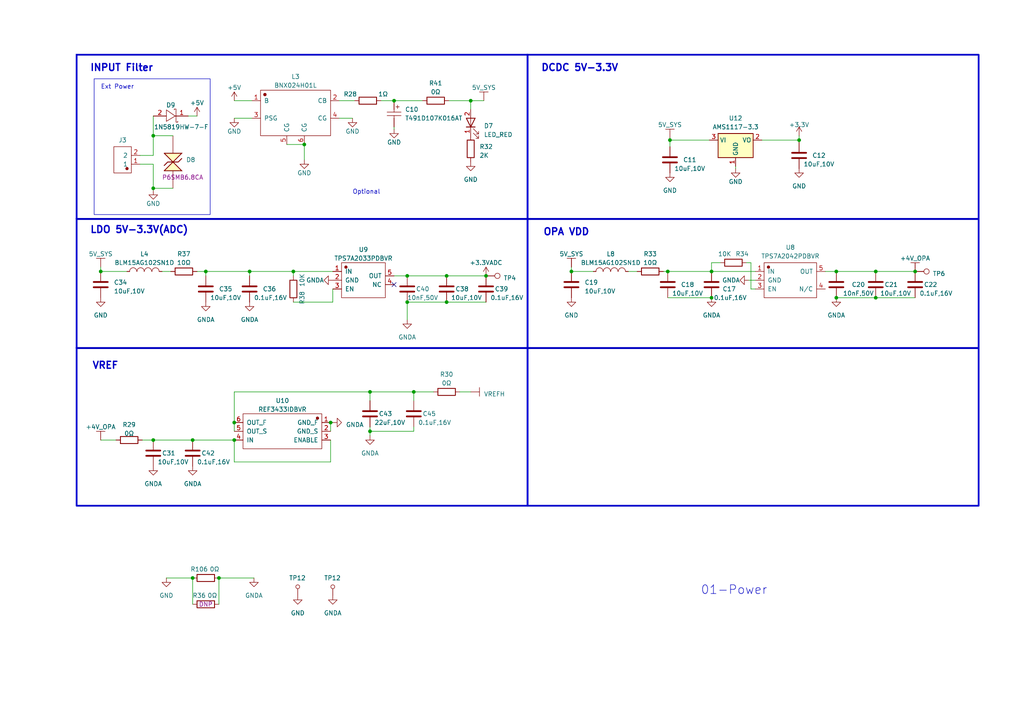
<source format=kicad_sch>
(kicad_sch (version 20230121) (generator eeschema)
  (paper "A4")
  (title_block (title "HPM6750 ADC EVK") (date "2023-5-25") (rev "A"))
  (lib_symbols
    (symbol "02_HPM_Resis:0Ω" (pin_numbers hide) (pin_names (offset 0))
      (property "Reference" "R" (at -3.81 0.635 0))
      (property "Value" "0Ω" (at 5.08 0.635 0))
      (symbol "0Ω_0_1"
        (rectangle (start 2.54 -1.016) (end -2.54 1.016) (stroke (width 0.254)))
      )
      (symbol "0Ω_1_1"
        (pin passive line (at -3.81 0 0) (length 1.27) (name "~") (number "1"))
        (pin passive line (at 3.81 0 180) (length 1.27) (name "~") (number "2"))
      )
    )
    (symbol "02_HPM_Resis:10K" (pin_numbers hide) (pin_names (offset 0))
      (property "Reference" "R" (at -3.81 0.635 0))
      (property "Value" "10K" (at 4.445 0.635 0))
      (symbol "10K_0_1"
        (rectangle (start 2.54 -1.016) (end -2.54 1.016) (stroke (width 0.254)))
      )
      (symbol "10K_1_1"
        (pin passive line (at -3.81 0 0) (length 1.27) (name "~") (number "1"))
        (pin passive line (at 3.81 0 180) (length 1.27) (name "~") (number "2"))
      )
    )
    (symbol "02_HPM_Resis:10Ω" (pin_numbers hide) (pin_names (offset 0))
      (property "Reference" "R" (at -3.81 0.635 0))
      (property "Value" "10Ω" (at 5.08 0.635 0))
      (symbol "10Ω_0_1"
        (rectangle (start 2.54 -1.016) (end -2.54 1.016) (stroke (width 0.254)))
      )
      (symbol "10Ω_1_1"
        (pin passive line (at -3.81 0 0) (length 1.27) (name "~") (number "1"))
        (pin passive line (at 3.81 0 180) (length 1.27) (name "~") (number "2"))
      )
    )
    (symbol "02_HPM_Resis:1Ω" (pin_numbers hide) (pin_names (offset 0))
      (property "Reference" "R" (at -3.81 0.635 0))
      (property "Value" "1Ω" (at 5.08 0.635 0))
      (symbol "1Ω_0_1"
        (rectangle (start 2.54 -1.016) (end -2.54 1.016) (stroke (width 0.254)))
      )
      (symbol "1Ω_1_1"
        (pin passive line (at -3.81 0 0) (length 1.27) (name "~") (number "1"))
        (pin passive line (at 3.81 0 180) (length 1.27) (name "~") (number "2"))
      )
    )
    (symbol "03_HPM_CAP:0.01uF,16V" (pin_numbers hide) (pin_names (offset 0.254))
      (property "Reference" "C" (at 0.635 2.54 0))
      (property "Value" "0.01uF,16V" (at 0.635 -2.54 0))
      (symbol "0.01uF,16V_0_1"
        (polyline (pts (xy -2.032 -0.762) (xy 2.032 -0.762)) (stroke (width 0.508)))
        (polyline (pts (xy -2.032 0.762) (xy 2.032 0.762)) (stroke (width 0.508)))
      )
      (symbol "0.01uF,16V_1_1"
        (pin passive line (at 0 3.81 270) (length 2.794) (name "~") (number "1"))
        (pin passive line (at 0 -3.81 90) (length 2.794) (name "~") (number "2"))
      )
    )
    (symbol "03_HPM_CAP:0.1uF,16V" (pin_numbers hide) (pin_names (offset 0.254))
      (property "Reference" "C" (at 0.635 2.54 0))
      (property "Value" "0.1uF,16V" (at 0.635 -2.54 0))
      (symbol "0.1uF,16V_0_1"
        (polyline (pts (xy -2.032 -0.762) (xy 2.032 -0.762)) (stroke (width 0.508)))
        (polyline (pts (xy -2.032 0.762) (xy 2.032 0.762)) (stroke (width 0.508)))
      )
      (symbol "0.1uF,16V_1_1"
        (pin passive line (at 0 3.81 270) (length 2.794) (name "~") (number "1"))
        (pin passive line (at 0 -3.81 90) (length 2.794) (name "~") (number "2"))
      )
    )
    (symbol "03_HPM_CAP:10uF,10V" (pin_numbers hide) (pin_names (offset 0.254))
      (property "Reference" "C" (at 0.635 2.54 0))
      (property "Value" "10uF,10V" (at 0.635 -2.54 0))
      (symbol "10uF,10V_0_1"
        (polyline (pts (xy -2.032 -0.762) (xy 2.032 -0.762)) (stroke (width 0.508)))
        (polyline (pts (xy -2.032 0.762) (xy 2.032 0.762)) (stroke (width 0.508)))
      )
      (symbol "10uF,10V_1_1"
        (pin passive line (at 0 3.81 270) (length 2.794) (name "~") (number "1"))
        (pin passive line (at 0 -3.81 90) (length 2.794) (name "~") (number "2"))
      )
    )
    (symbol "03_HPM_CAP:22uF,10V" (pin_numbers hide) (pin_names (offset 0.254))
      (property "Reference" "C" (at 0.635 2.54 0))
      (property "Value" "22uF,10V" (at 0.635 -2.54 0))
      (symbol "22uF,10V_0_1"
        (polyline (pts (xy -2.032 -0.762) (xy 2.032 -0.762)) (stroke (width 0.508)))
        (polyline (pts (xy -2.032 0.762) (xy 2.032 0.762)) (stroke (width 0.508)))
      )
      (symbol "22uF,10V_1_1"
        (pin passive line (at 0 3.81 270) (length 2.794) (name "~") (number "1"))
        (pin passive line (at 0 -3.81 90) (length 2.794) (name "~") (number "2"))
      )
    )
    (symbol "04_HPM_Diode: 1N5819HW-7-F" (pin_names (offset 1.016) hide)
      (property "Reference" "D" (at -10.16 3.175 0))
      (property "Value" " 1N5819HW-7-F" (at -0.635 3.175 0))
      (symbol " 1N5819HW-7-F_1_1"
        (polyline (pts (xy 1.27 1.524) (xy -1.27 0) (xy -1.27 0) (xy 1.27 -1.778) (xy 1.27 -1.778) (xy 1.27 1.524)))
        (polyline (pts (xy -2.032 1.524) (xy -2.032 1.778) (xy -2.032 1.778) (xy -1.524 1.778) (xy -1.524 1.778) (xy -1.524 -2.032) (xy -1.524 -2.032) (xy -1.016 -2.032) (xy -1.016 -2.032) (xy -1.016 -1.778)))
        (pin input line (at -5.08 0 0) (length 3.81) (name "K") (number "1"))
        (pin input line (at 5.08 0 180) (length 3.81) (name "A") (number "2"))
      )
    )
    (symbol "Connector:TestPoint" (pin_numbers hide) (pin_names (offset 0.762) hide)
      (property "Reference" "TP" (at 0 6.858 0))
      (property "Value" "TestPoint" (at 0 5.08 0))
      (symbol "TestPoint_0_1"
        (circle (center 0 3.302) (radius 0.762))
      )
      (symbol "TestPoint_1_1"
        (pin passive line (at 0 0 90) (length 2.54) (name "1") (number "1"))
      )
    )
    (symbol "Device:LED" (pin_names (offset 1.016) hide)
      (property "Reference" "D" (at 0 2.54 0))
      (property "Value" "LED" (at 0 -2.54 0))
      (symbol "LED_0_1"
        (polyline (pts (xy -1.27 -1.27) (xy -1.27 1.27)) (stroke (width 0.254)))
        (polyline (pts (xy -1.27 0) (xy 1.27 0)))
        (polyline (pts (xy 1.27 -1.27) (xy 1.27 1.27) (xy -1.27 0) (xy 1.27 -1.27)) (stroke (width 0.254)))
        (polyline (pts (xy -3.048 -0.762) (xy -4.572 -2.286) (xy -3.81 -2.286) (xy -4.572 -2.286) (xy -4.572 -1.524)))
        (polyline (pts (xy -1.778 -0.762) (xy -3.302 -2.286) (xy -2.54 -2.286) (xy -3.302 -2.286) (xy -3.302 -1.524)))
      )
      (symbol "LED_1_1"
        (pin passive line (at -3.81 0 0) (length 2.54) (name "K") (number "1"))
        (pin passive line (at 3.81 0 180) (length 2.54) (name "A") (number "2"))
      )
    )
    (symbol "Device:R" (pin_numbers hide) (pin_names (offset 0))
      (property "Reference" "R" (at 2.032 0 90))
      (property "Value" "R" (at 0 0 90))
      (symbol "R_0_1"
        (rectangle (start -1.016 -2.54) (end 1.016 2.54) (stroke (width 0.254)))
      )
      (symbol "R_1_1"
        (pin passive line (at 0 3.81 270) (length 1.27) (name "~") (number "1"))
        (pin passive line (at 0 -3.81 90) (length 1.27) (name "~") (number "2"))
      )
    )
    (symbol "Regulator_Linear:AMS1117-3.3"
      (property "Reference" "U" (at -3.81 3.175 0))
      (property "Value" "AMS1117-3.3" (at 0 3.175 0))
      (symbol "AMS1117-3.3_0_1"
        (rectangle (start -5.08 -5.08) (end 5.08 1.905) (stroke (width 0.254)) (fill (type background)))
      )
      (symbol "AMS1117-3.3_1_1"
        (pin power_in line (at 0 -7.62 90) (length 2.54) (name "GND") (number "1"))
        (pin power_out line (at 7.62 0 180) (length 2.54) (name "VO") (number "2"))
        (pin power_in line (at -7.62 0 0) (length 2.54) (name "VI") (number "3"))
      )
    )
    (symbol "dk_Test-Points:5002" (pin_numbers hide) (pin_names (offset 1.016) hide)
      (property "Reference" "TP" (at -1.27 1.27 0))
      (symbol "5002_0_1"
        (circle (center 0 0) (radius 0.5588))
      )
      (symbol "5002_1_1"
        (pin passive line (at 0 2.54 270) (length 1.905) (name "~") (number "1"))
      )
    )
    (symbol "hpm_power:+4V_OPA" (power) (pin_numbers hide) (pin_names (offset 0) hide) (in_bom no) (on_board no)
      (property "Value" "+4V_OPA" (at 0 3.81 0))
      (symbol "+4V_OPA_0_1"
        (polyline (pts (xy -1.27 2.54) (xy 1.27 2.54)))
      )
      (symbol "+4V_OPA_1_1"
        (pin power_in line (at 0 0 90) (length 2.54) (name "+4V_OPA") (number "1"))
      )
    )
    (symbol "hpm_power:5V_SYS" (power) (pin_numbers hide) (pin_names (offset 0) hide) (in_bom no) (on_board no)
      (property "Value" "5V_SYS" (at 0 3.81 0))
      (symbol "5V_SYS_0_1"
        (polyline (pts (xy -1.27 2.54) (xy 1.27 2.54)))
      )
      (symbol "5V_SYS_1_1"
        (pin power_in line (at 0 0 90) (length 2.54) (name "5V_SYS") (number "1"))
      )
    )
    (symbol "hpm_power:VREFH" (power) (pin_numbers hide) (pin_names (offset 0) hide) (in_bom no) (on_board no)
      (property "Value" "VREFH" (at 0 3.81 0))
      (symbol "VREFH_0_1"
        (polyline (pts (xy -1.27 2.54) (xy 1.27 2.54)))
      )
      (symbol "VREFH_1_1"
        (pin power_in line (at 0 0 90) (length 2.54) (name "VREFH") (number "1"))
      )
    )
    (symbol "kicad_lceda:BLM15AG102SN1D" (pin_numbers hide) (pin_names (offset 1.016) hide)
      (property "Reference" "L" (at 0 3.6576 0))
      (property "Value" "BLM15AG102SN1D" (at 0 8.7376 0))
      (symbol "BLM15AG102SN1D_1_1"
        (polyline (pts (xy 2.2098 0) (xy 2.2098 0.2032) (xy 2.2352 0.381) (xy 2.3114 0.5588) (xy 2.4384 0.7366) (xy 2.5654 0.8636) (xy 2.7432 0.9652) (xy 2.921 1.0414) (xy 3.1242 1.0668) (xy 3.3274 1.0668) (xy 3.5052 1.0414) (xy 3.7084 0.9652) (xy 3.8608 0.8382) (xy 4.0132 0.7112) (xy 4.1148 0.5334) (xy 4.191 0.3556) (xy 4.2164 0.1778) (xy 4.2164 0)) (stroke (width 0.1524)))
        (polyline (pts (xy -4.2926 0) (xy -4.2926 0.2032) (xy -4.2672 0.381) (xy -4.191 0.5588) (xy -4.064 0.7366) (xy -3.937 0.8636) (xy -3.7592 0.9652) (xy -3.5814 1.0414) (xy -3.3782 1.0922) (xy -3.2004 1.0922) (xy -2.9972 1.0414) (xy -2.8194 0.9652) (xy -2.6416 0.8636) (xy -2.5146 0.7366) (xy -2.3876 0.5588) (xy -2.3114 0.381) (xy -2.286 0.2032) (xy -2.286 0) (xy -2.286 0)) (stroke (width 0.1524)))
        (polyline (pts (xy -2.1336 0) (xy -2.159 0.2032) (xy -2.1082 0.381) (xy -2.032 0.5588) (xy -1.9304 0.7366) (xy -1.778 0.8636) (xy -1.6256 0.9652) (xy -1.4224 1.0414) (xy -1.2446 1.0922) (xy -1.0414 1.0922) (xy -0.8382 1.0414) (xy -0.6604 0.9906) (xy -0.4826 0.8636) (xy -0.3556 0.7366) (xy -0.2286 0.5842) (xy -0.1524 0.381) (xy -0.127 0.2032) (xy -0.127 0) (xy -0.127 0)) (stroke (width 0.1524)))
        (polyline (pts (xy 0 0) (xy 0 0.2032) (xy 0.0508 0.381) (xy 0.127 0.5588) (xy 0.2286 0.7366) (xy 0.381 0.8636) (xy 0.5334 0.9652) (xy 0.7112 1.0414) (xy 0.9144 1.0922) (xy 1.1176 1.0922) (xy 1.3208 1.0414) (xy 1.4986 0.9906) (xy 1.651 0.8636) (xy 1.8034 0.7366) (xy 1.905 0.5842) (xy 1.9812 0.381) (xy 2.032 0.2032) (xy 2.032 0) (xy 2.032 0)) (stroke (width 0.1524)))
        (pin input line (at -5.08 0 0) (length 0.762) (name "1") (number "1"))
        (pin input line (at 5.08 0 180) (length 0.762) (name "2") (number "2"))
      )
    )
    (symbol "kicad_lceda:BNX024H01L" (pin_names (offset 1.016))
      (property "Reference" "L" (at 0 10.668 0))
      (property "Value" "BNX024H01L" (at 0 15.748 0))
      (symbol "BNX024H01L_1_1"
        (rectangle (start -8.89 8.128) (end 11.43 -5.08) (stroke (width 0.1524)))
        (circle (center -7.62 6.858) (radius 0.381) (stroke (width 0.1524)) (fill (type outline)))
        (circle (center -7.62 6.858) (radius 0.381) (stroke (width 0.1524)) (fill (type outline)))
        (pin input line (at -11.43 5.08 0) (length 2.54) (name "B") (number "1"))
        (pin input line (at 13.97 5.08 180) (length 2.54) (name "CB") (number "2"))
        (pin input line (at -11.43 0 0) (length 2.54) (name "PSG") (number "3"))
        (pin input line (at 13.97 0 180) (length 2.54) (name "CG") (number "4"))
        (pin input line (at -1.27 -7.62 90) (length 2.54) (name "CG") (number "5"))
        (pin input line (at 3.81 -7.62 90) (length 2.54) (name "CG") (number "6"))
      )
    )
    (symbol "kicad_lceda:DB125-3.5-2P-GN-S" (pin_names (offset 1.016))
      (property "Reference" "U" (at 0 6.35 0))
      (property "Value" "DB125-3.5-2P-GN-S" (at 0 11.43 0))
      (symbol "DB125-3.5-2P-GN-S_1_1"
        (rectangle (start -2.54 3.81) (end 2.54 -3.81) (stroke (width 0.1524)))
        (circle (center -1.27 2.54) (radius 0.381) (stroke (width 0.1524)) (fill (type outline)))
        (pin input line (at -5.08 1.27 0) (length 2.54) (name "1") (number "1"))
        (pin input line (at -5.08 -1.27 0) (length 2.54) (name "2") (number "2"))
      )
    )
    (symbol "kicad_lceda:REF3433IDBVR" (pin_names (offset 1.016))
      (property "Reference" "U" (at 0 7.6962 0))
      (property "Value" "REF3433IDBVR" (at 0 12.7762 0))
      (symbol "REF3433IDBVR_1_1"
        (rectangle (start -11.43 5.08) (end 11.43 -5.08) (stroke (width 0.1524)))
        (circle (center -10.16 3.81) (radius 0.381) (stroke (width 0.1524)) (fill (type outline)))
        (pin input line (at -13.97 2.54 0) (length 2.54) (name "GND_F") (number "1"))
        (pin input line (at -13.97 0 0) (length 2.54) (name "GND_S") (number "2"))
        (pin input line (at -13.97 -2.54 0) (length 2.54) (name "ENABLE") (number "3"))
        (pin input line (at 13.97 -2.54 180) (length 2.54) (name "IN") (number "4"))
        (pin input line (at 13.97 0 180) (length 2.54) (name "OUT_S") (number "5"))
        (pin input line (at 13.97 2.54 180) (length 2.54) (name "OUT_F") (number "6"))
      )
    )
    (symbol "kicad_lceda:T491D107K016AT" (pin_numbers hide) (pin_names (offset 1.016) hide)
      (property "Reference" "C" (at 0 4.572 0))
      (property "Value" "T491D107K016AT" (at 0 9.652 0))
      (symbol "T491D107K016AT_1_1"
        (polyline (pts (xy -0.508 -2.032) (xy -0.508 2.032)) (stroke (width 0.1524)))
        (polyline (pts (xy -0.508 0) (xy -1.27 0)) (stroke (width 0.1524)))
        (polyline (pts (xy 0.508 -2.032) (xy 0.508 2.032)) (stroke (width 0.1524)))
        (polyline (pts (xy 1.27 0) (xy 0.508 0)) (stroke (width 0.1524)))
        (polyline (pts (xy 2.032 -1.524) (xy 2.032 -0.508)) (stroke (width 0.1524)))
        (polyline (pts (xy 2.54 -1.016) (xy 1.524 -1.016)) (stroke (width 0.1524)))
        (pin input line (at 3.81 0 180) (length 2.54) (name "1") (number "1"))
        (pin input line (at -3.81 0 0) (length 2.54) (name "2") (number "2"))
      )
    )
    (symbol "kicad_lceda:TPS7A2033PDBVR" (pin_names (offset 1.016))
      (property "Reference" "U" (at 0 7.7724 0))
      (property "Value" "TPS7A2033PDBVR" (at 0 12.8524 0))
      (symbol "TPS7A2033PDBVR_1_1"
        (rectangle (start -6.35 5.08) (end 6.35 -5.08) (stroke (width 0.1524)))
        (circle (center -5.08 3.81) (radius 0.381) (stroke (width 0.1524)) (fill (type outline)))
        (pin input line (at -8.89 2.54 0) (length 2.54) (name "IN") (number "1"))
        (pin input line (at -8.89 0 0) (length 2.54) (name "GND") (number "2"))
        (pin input line (at -8.89 -2.54 0) (length 2.54) (name "EN") (number "3"))
        (pin input line (at 8.89 -1.27 180) (length 2.54) (name "NC") (number "4"))
        (pin input line (at 8.89 1.27 180) (length 2.54) (name "OUT") (number "5"))
      )
    )
    (symbol "kicad_lceda:TPS7A2042PDBVR" (pin_names (offset 1.016))
      (property "Reference" "U" (at 0 7.747 0))
      (property "Value" "TPS7A2042PDBVR" (at 0 12.827 0))
      (symbol "TPS7A2042PDBVR_1_1"
        (rectangle (start -7.62 5.08) (end 7.62 -5.08) (stroke (width 0.1524)))
        (circle (center -6.35 3.81) (radius 0.381) (stroke (width 0.1524)) (fill (type outline)))
        (pin input line (at -10.16 2.54 0) (length 2.54) (name "IN") (number "1"))
        (pin input line (at -10.16 0 0) (length 2.54) (name "GND") (number "2"))
        (pin input line (at -10.16 -2.54 0) (length 2.54) (name "EN") (number "3"))
        (pin input line (at 10.16 -2.54 180) (length 2.54) (name "N/C") (number "4"))
        (pin input line (at 10.16 2.54 180) (length 2.54) (name "OUT") (number "5"))
      )
    )
    (symbol "lc_Diode:SMB/DO-214AA_P6SMB6.8CA" (pin_numbers hide) (pin_names (offset 1.016) hide)
      (property "Reference" "D" (at -0.0254 1.27 0))
      (property "Comment" "P6SMB6.8CA" (at 3.7846 1.27 0))
      (symbol "SMB/DO-214AA_P6SMB6.8CA_1_1"
        (polyline (pts (xy 5.08 -5.08) (xy 7.62 -2.54) (xy 5.08 0) (xy 5.08 -5.08)) (stroke (width 0.254)) (fill (type background)))
        (polyline (pts (xy 8.636 -5.08) (xy 7.62 -4.064) (xy 7.62 -1.016) (xy 6.604 0)) (stroke (width 0.254)))
        (polyline (pts (xy 10.16 -5.08) (xy 7.62 -2.54) (xy 10.16 0) (xy 10.16 -5.08)) (stroke (width 0.254)) (fill (type background)))
        (pin passive line (at 0 -2.54 0) (length 5.08) (name "A") (number "1"))
        (pin passive line (at 15.24 -2.54 180) (length 5.08) (name "K") (number "2"))
      )
    )
    (symbol "power:+3.3V" (power) (pin_names (offset 0))
      (property "Value" "+3.3V" (at 0 3.556 0))
      (symbol "+3.3V_0_1"
        (polyline (pts (xy -0.762 1.27) (xy 0 2.54)))
        (polyline (pts (xy 0 0) (xy 0 2.54)))
        (polyline (pts (xy 0 2.54) (xy 0.762 1.27)))
      )
      (symbol "+3.3V_1_1"
        (pin power_in line (at 0 0 90) (length 0) hide (name "+3.3V") (number "1"))
      )
    )
    (symbol "power:+3.3VADC" (power) (pin_names (offset 0))
      (property "Value" "+3.3VADC" (at 0 2.54 0))
      (symbol "+3.3VADC_0_0"
        (pin power_in line (at 0 0 90) (length 0) hide (name "+3.3VADC") (number "1"))
      )
      (symbol "+3.3VADC_0_1"
        (polyline (pts (xy -0.762 1.27) (xy 0 2.54)))
        (polyline (pts (xy 0 0) (xy 0 2.54)))
        (polyline (pts (xy 0 2.54) (xy 0.762 1.27)))
      )
    )
    (symbol "power:+5V" (power) (pin_names (offset 0))
      (property "Value" "+5V" (at 0 3.556 0))
      (symbol "+5V_0_1"
        (polyline (pts (xy -0.762 1.27) (xy 0 2.54)))
        (polyline (pts (xy 0 0) (xy 0 2.54)))
        (polyline (pts (xy 0 2.54) (xy 0.762 1.27)))
      )
      (symbol "+5V_1_1"
        (pin power_in line (at 0 0 90) (length 0) hide (name "+5V") (number "1"))
      )
    )
    (symbol "power:GND" (power) (pin_names (offset 0))
      (property "Value" "GND" (at 0 -3.81 0))
      (symbol "GND_0_1"
        (polyline (pts (xy 0 0) (xy 0 -1.27) (xy 1.27 -1.27) (xy 0 -2.54) (xy -1.27 -1.27) (xy 0 -1.27)))
      )
      (symbol "GND_1_1"
        (pin power_in line (at 0 0 270) (length 0) hide (name "GND") (number "1"))
      )
    )
    (symbol "power:GNDA" (power) (pin_names (offset 0))
      (property "Value" "GNDA" (at 0 -3.81 0))
      (symbol "GNDA_0_1"
        (polyline (pts (xy 0 0) (xy 0 -1.27) (xy 1.27 -1.27) (xy 0 -2.54) (xy -1.27 -1.27) (xy 0 -1.27)))
      )
      (symbol "GNDA_1_1"
        (pin power_in line (at 0 0 270) (length 0) hide (name "GNDA") (number "1"))
      )
    )
  )
  (junction (at 254 86.36))
  (junction (at 55.88 127.635))
  (junction (at 67.945 122.555))
  (junction (at 120.015 113.665))
  (junction (at 129.54 80.01))
  (junction (at 59.69 78.74))
  (junction (at 72.39 78.74))
  (junction (at 193.675 78.74))
  (junction (at 242.57 86.36))
  (junction (at 114.3 29.21))
  (junction (at 254 78.74))
  (junction (at 44.45 39.37))
  (junction (at 44.45 54.61))
  (junction (at 206.375 78.74))
  (junction (at 129.54 87.63))
  (junction (at 88.265 41.91))
  (junction (at 85.09 78.74))
  (junction (at 118.11 80.01))
  (junction (at 107.315 113.665))
  (junction (at 67.945 127.635))
  (junction (at 118.11 87.63))
  (junction (at 107.315 125.095))
  (junction (at 242.57 78.74))
  (junction (at 165.735 78.74))
  (junction (at 95.885 122.555))
  (junction (at 29.21 78.74))
  (junction (at 265.43 78.74))
  (junction (at 206.375 86.36))
  (junction (at 44.45 127.635))
  (junction (at 194.31 40.64))
  (junction (at 140.97 80.01))
  (junction (at 231.775 40.64))
  (junction (at 63.5 167.64))
  (junction (at 136.525 29.21))
  (junction (at 55.88 167.64))
  (no_connect (at 114.3 82.55))
  (wire (pts (xy 192.405 78.74) (xy 193.675 78.74)))
  (wire (pts (xy 254 86.36) (xy 265.43 86.36)))
  (wire (pts (xy 231.775 39.37) (xy 231.775 40.64)))
  (wire (pts (xy 118.11 92.71) (xy 118.11 87.63)))
  (wire (pts (xy 220.98 40.64) (xy 231.775 40.64)))
  (wire (pts (xy 114.3 29.21) (xy 122.555 29.21)))
  (wire (pts (xy 40.64 47.625) (xy 44.45 47.625)))
  (wire (pts (xy 95.885 127.635) (xy 95.885 133.985)))
  (wire (pts (xy 265.43 78.74) (xy 254 78.74)))
  (wire (pts (xy 67.945 34.29) (xy 73.025 34.29)))
  (wire (pts (xy 57.15 78.74) (xy 59.69 78.74)))
  (wire (pts (xy 231.775 40.64) (xy 231.775 41.275)))
  (wire (pts (xy 48.26 167.64) (xy 55.88 167.64)))
  (wire (pts (xy 136.525 113.665) (xy 133.35 113.665)))
  (wire (pts (xy 242.57 78.74) (xy 254 78.74)))
  (wire (pts (xy 193.675 78.74) (xy 206.375 78.74)))
  (wire (pts (xy 29.21 127.635) (xy 33.655 127.635)))
  (wire (pts (xy 102.87 29.21) (xy 98.425 29.21)))
  (wire (pts (xy 63.5 167.64) (xy 73.66 167.64)))
  (wire (pts (xy 95.885 133.985) (xy 67.945 133.985)))
  (wire (pts (xy 44.45 54.61) (xy 50.165 54.61)))
  (wire (pts (xy 182.245 78.74) (xy 184.785 78.74)))
  (wire (pts (xy 44.45 127.635) (xy 41.275 127.635)))
  (wire (pts (xy 72.39 78.74) (xy 85.09 78.74)))
  (wire (pts (xy 120.015 123.825) (xy 120.015 125.095)))
  (wire (pts (xy 217.805 76.2) (xy 217.805 83.82)))
  (wire (pts (xy 206.375 76.2) (xy 206.375 78.74)))
  (wire (pts (xy 118.11 80.01) (xy 129.54 80.01)))
  (wire (pts (xy 72.39 80.01) (xy 72.39 78.74)))
  (wire (pts (xy 120.015 116.205) (xy 120.015 113.665)))
  (wire (pts (xy 40.64 45.085) (xy 44.45 45.085)))
  (wire (pts (xy 114.3 37.465) (xy 114.3 36.83)))
  (wire (pts (xy 118.11 87.63) (xy 129.54 87.63)))
  (wire (pts (xy 206.375 78.74) (xy 219.075 78.74)))
  (wire (pts (xy 107.315 125.095) (xy 120.015 125.095)))
  (wire (pts (xy 165.735 77.47) (xy 165.735 78.74)))
  (wire (pts (xy 194.31 40.005) (xy 194.31 40.64)))
  (wire (pts (xy 96.52 87.63) (xy 85.09 87.63)))
  (wire (pts (xy 44.45 45.085) (xy 44.45 39.37)))
  (wire (pts (xy 55.88 167.64) (xy 55.88 175.26)))
  (wire (pts (xy 29.21 78.74) (xy 36.83 78.74)))
  (wire (pts (xy 136.525 29.21) (xy 136.525 31.75)))
  (wire (pts (xy 59.69 78.74) (xy 72.39 78.74)))
  (wire (pts (xy 29.21 77.47) (xy 29.21 78.74)))
  (wire (pts (xy 217.805 76.2) (xy 216.535 76.2)))
  (wire (pts (xy 102.235 34.29) (xy 98.425 34.29)))
  (wire (pts (xy 107.315 125.095) (xy 107.315 123.825)))
  (wire (pts (xy 83.185 41.91) (xy 88.265 41.91)))
  (wire (pts (xy 129.54 80.01) (xy 140.97 80.01)))
  (wire (pts (xy 194.31 40.64) (xy 205.74 40.64)))
  (wire (pts (xy 110.49 29.21) (xy 114.3 29.21)))
  (wire (pts (xy 44.45 39.37) (xy 50.165 39.37)))
  (wire (pts (xy 107.315 126.365) (xy 107.315 125.095)))
  (wire (pts (xy 239.395 78.74) (xy 242.57 78.74)))
  (wire (pts (xy 107.315 113.665) (xy 107.315 116.205)))
  (wire (pts (xy 217.805 83.82) (xy 219.075 83.82)))
  (wire (pts (xy 193.675 86.36) (xy 206.375 86.36)))
  (wire (pts (xy 88.265 46.355) (xy 88.265 41.91)))
  (wire (pts (xy 242.57 86.36) (xy 254 86.36)))
  (wire (pts (xy 96.52 83.82) (xy 96.52 87.63)))
  (wire (pts (xy 67.945 113.665) (xy 107.315 113.665)))
  (wire (pts (xy 67.945 29.21) (xy 73.025 29.21)))
  (wire (pts (xy 63.5 167.64) (xy 63.5 175.26)))
  (wire (pts (xy 67.945 133.985) (xy 67.945 127.635)))
  (wire (pts (xy 44.45 47.625) (xy 44.45 54.61)))
  (wire (pts (xy 67.945 125.095) (xy 67.945 122.555)))
  (wire (pts (xy 44.45 55.245) (xy 44.45 54.61)))
  (wire (pts (xy 136.525 29.21) (xy 140.335 29.21)))
  (wire (pts (xy 213.36 48.895) (xy 213.36 48.26)))
  (wire (pts (xy 44.45 127.635) (xy 55.88 127.635)))
  (wire (pts (xy 165.735 78.74) (xy 172.085 78.74)))
  (wire (pts (xy 46.99 78.74) (xy 49.53 78.74)))
  (wire (pts (xy 114.3 80.01) (xy 118.11 80.01)))
  (wire (pts (xy 130.175 29.21) (xy 136.525 29.21)))
  (wire (pts (xy 217.17 81.28) (xy 219.075 81.28)))
  (wire (pts (xy 55.88 127.635) (xy 67.945 127.635)))
  (wire (pts (xy 206.375 76.2) (xy 208.915 76.2)))
  (wire (pts (xy 67.945 113.665) (xy 67.945 122.555)))
  (wire (pts (xy 59.69 78.74) (xy 59.69 80.01)))
  (wire (pts (xy 120.015 113.665) (xy 125.73 113.665)))
  (wire (pts (xy 194.31 40.64) (xy 194.31 42.545)))
  (wire (pts (xy 129.54 87.63) (xy 140.97 87.63)))
  (wire (pts (xy 107.315 113.665) (xy 120.015 113.665)))
  (wire (pts (xy 96.52 122.555) (xy 95.885 122.555)))
  (wire (pts (xy 85.09 78.74) (xy 96.52 78.74)))
  (wire (pts (xy 54.61 33.655) (xy 57.15 33.655)))
  (wire (pts (xy 85.09 78.74) (xy 85.09 80.01)))
  (wire (pts (xy 44.45 33.655) (xy 44.45 39.37)))
  (wire (pts (xy 95.885 122.555) (xy 95.885 125.095)))
  (rectangle (start 22.225 15.875) (end 153.035 63.5) (stroke (width 0.5)))
  (rectangle (start 27.305 22.86) (end 60.96 62.23))
  (rectangle (start 22.225 100.965) (end 153.035 146.685) (stroke (width 0.5)))
  (rectangle (start 153.035 15.875) (end 283.845 63.5) (stroke (width 0.5)))
  (rectangle (start 153.035 100.965) (end 283.845 146.685) (stroke (width 0.5)))
  (rectangle (start 22.225 63.5) (end 153.035 100.965) (stroke (width 0.5)))
  (rectangle (start 153.035 63.5) (end 283.845 100.965) (stroke (width 0.5)))
  (text "DCDC 5V-3.3V " (at 156.845 20.955 0) (effects (font (size 2 2) (thickness 0.4) bold) (justify left bottom)))
  (text "VREF" (at 26.67 107.315 0) (effects (font (size 2 2) (thickness 0.4) bold) (justify left bottom)))
  (text "Ext Power" (at 29.21 26.035 0) (effects (font (size 1.27 1.27)) (justify left bottom)))
  (text "INPUT Filter" (at 26.035 20.955 0) (effects (font (size 2 2) (thickness 0.4) bold) (justify left bottom)))
  (text "Optional" (at 102.235 56.515 0) (effects (font (size 1.27 1.27)) (justify left bottom)))
  (text "01-Power" (at 203.2 172.72 0) (effects (font (size 2.54 2.54)) (justify left bottom)))
  (text "LDO 5V-3.3V(ADC)" (at 26.035 67.945 0) (effects (font (size 2 2) (thickness 0.4) bold) (justify left bottom)))
  (text "OPA VDD" (at 157.48 68.58 0) (effects (font (size 2 2) (thickness 0.4) bold) (justify left bottom)))
  (symbol (lib_id "dk_Test-Points:5002") (at 86.36 170.18 180) (unit 1)
    (property "Reference" "TP12" (at 83.82 167.64 0) (effects (justify right)))
    (property "Value" "GND" (effects hide))
    (property "Footprint" "digikey-footprints:Test_Point_D1.02mm" (effects hide))
    (property "Datasheet" "http://www.keyelco.com/product-pdf.cfm?p=1311" (effects hide))
    (property "Digi-Key_PN" "36-5002-ND" (effects hide))
    (property "MPN" "5002" (effects hide))
    (property "Category" "Test and Measurement" (effects hide))
    (property "Family" "Test Points" (effects hide))
    (property "DK_Datasheet_Link" "http://www.keyelco.com/product-pdf.cfm?p=1311" (effects hide))
    (property "DK_Detail_Page" "/product-detail/en/keystone-electronics/5002/36-5002-ND/255328" (effects hide))
    (property "Description" "PC TEST POINT MINIATURE WHITE" (effects hide))
    (property "Manufacturer" "Keystone Electronics" (effects hide))
    (property "Status" "Active" (effects hide))
    (instances (project "HPM5300_ADC_EVK_RevB" (path "" (reference "TP12") (unit 1)) (path "" (reference "TP1") (unit 1))))
  )
  (symbol (lib_id "Connector:TestPoint") (at 265.43 78.74 270) (unit 1)
    (property "Reference" "TP6" (at 270.51 79.375 90) (effects (justify left)))
    (property "Value" "+4V2" (effects hide))
    (property "Footprint" "TestPoint:TestPoint_Pad_D1.0mm" (effects hide))
  )
  (symbol (lib_id "power:GNDA") (at 55.88 135.255 0) (unit 1)
    (property "Reference" "#PWR079" (effects hide))
    (property "Value" "GNDA" (at 55.88 140.335 0))
  )
  (symbol (lib_id "03_HPM_CAP:0.1uF,16V") (at 120.015 120.015 0) (unit 1)
    (property "Reference" "C45" (at 122.555 120.015 0) (effects (justify left)))
    (property "Value" "0.1uF,16V" (at 121.285 122.555 0) (effects (justify left)))
    (property "Footprint" "03_HPM_CAP:C_0402_1005Metric" (effects hide))
  )
  (symbol (lib_id "power:GND") (at 213.36 48.895 0) (unit 1)
    (property "Reference" "#PWR050" (effects hide))
    (property "Value" "GND" (at 213.36 52.705 0))
  )
  (symbol (lib_id "power:GND") (at 88.265 46.355 0) (unit 1)
    (property "Reference" "#PWR044" (effects hide))
    (property "Value" "GND" (at 88.265 50.165 0))
  )
  (symbol (lib_id "03_HPM_CAP:22uF,10V") (at 107.315 120.015 0) (unit 1)
    (property "Reference" "C43" (at 109.855 120.015 0) (effects (justify left)))
    (property "Value" "22uF,10V" (at 108.585 122.555 0) (effects (justify left)))
    (property "Footprint" "03_HPM_CAP:C_0603_1608Metric" (effects hide))
  )
  (symbol (lib_id "power:GNDA") (at 96.52 81.28 270) (unit 1)
    (property "Reference" "#PWR072" (effects hide))
    (property "Value" "GNDA" (at 93.98 81.28 90) (effects (justify right)))
  )
  (symbol (lib_id "02_HPM_Resis:10Ω") (at 37.465 127.635 0) (unit 1)
    (property "Reference" "R29" (at 37.465 123.19 0))
    (property "Value" "0Ω" (at 37.465 125.73 0))
    (property "Footprint" "02_HPM_Resis:R_0402_1005Metric" (effects hide))
  )
  (symbol (lib_id "03_HPM_CAP:0.01uF,16V") (at 118.11 83.82 0) (unit 1)
    (property "Reference" "C40" (at 120.65 83.82 0) (effects (justify left)))
    (property "Value" "10nF,50V" (at 118.11 86.36 0) (effects (justify left)))
    (property "Footprint" "03_HPM_CAP:C_0402_1005Metric" (effects hide))
  )
  (symbol (lib_id "power:GND") (at 102.235 34.29 0) (unit 1)
    (property "Reference" "#PWR045" (effects hide))
    (property "Value" "GND" (at 102.235 38.1 0))
  )
  (symbol (lib_id "02_HPM_Resis:10K") (at 212.725 76.2 180) (unit 1)
    (property "Reference" "R34" (at 215.265 73.66 0))
    (property "Value" "10K" (at 210.185 73.66 0))
    (property "Footprint" "02_HPM_Resis:R_0402_1005Metric" (effects hide))
  )
  (symbol (lib_id "hpm_power:+4V_OPA") (at 29.21 127.635 0) (unit 1) (in_bom no) (on_board no)
    (property "Reference" "#PWR060" (effects hide))
    (property "Value" "+4V_OPA" (at 29.21 123.825 0))
  )
  (symbol (lib_id "power:+5V") (at 67.945 29.21 0) (unit 1)
    (property "Reference" "#PWR085" (effects hide))
    (property "Value" "+5V" (at 67.945 25.4 0))
    (instances (project "HPM5300_ADC_EVK_RevB" (path "" (reference "#PWR085") (unit 1))) (project "Four_Servo_HPM6280_MB" (path "" (reference "#PWR054") (unit 1))))
  )
  (symbol (lib_id "power:GNDA") (at 96.52 172.72 0) (unit 1)
    (property "Reference" "#PWR0216" (effects hide))
    (property "Value" "GNDA" (at 96.52 177.8 0))
  )
  (symbol (lib_id "hpm_power:5V_SYS") (at 29.21 77.47 0) (unit 1) (in_bom no) (on_board no)
    (property "Reference" "#PWR069" (effects hide))
    (property "Value" "5V_SYS" (at 29.21 73.66 0))
  )
  (symbol (lib_id "kicad_lceda:TPS7A2042PDBVR") (at 229.235 81.28 0) (unit 1)
    (property "Reference" "U8" (at 229.235 71.755 0))
    (property "Value" "TPS7A2042PDBVR" (at 229.235 74.295 0))
    (property "Footprint" "kicad_lceda:SOT-23-5_L2.9-W1.6-P0.95-LS2.8-BR" (effects hide))
    (property "SuppliersPartNumber" "C2877861" (effects hide))
    (property "uuid" "std:86b2ac9aec524e94ada921671f19668d" (effects hide))
  )
  (symbol (lib_id "kicad_lceda:REF3433IDBVR") (at 81.915 125.095 0) (mirror y) (unit 1)
    (property "Reference" "U10" (at 81.915 116.205 0))
    (property "Value" "REF3433IDBVR" (at 81.915 118.745 0))
    (property "Footprint" "kicad_lceda:TSOT-23-6_L2.9-W1.6-P0.95-LS2.8-TL" (effects hide))
    (property "SuppliersPartNumber" "C882722" (effects hide))
    (property "uuid" "std:0c9ceb81bcbd48178b467e87fa28b230" (effects hide))
  )
  (symbol (lib_id "03_HPM_CAP:0.1uF,16V") (at 206.375 82.55 0) (unit 1)
    (property "Reference" "C17" (at 209.55 83.82 0) (effects (justify left)))
    (property "Value" "0.1uF,16V" (at 207.01 86.36 0) (effects (justify left)))
    (property "Footprint" "03_HPM_CAP:C_0402_1005Metric" (effects hide))
  )
  (symbol (lib_id "power:GNDA") (at 242.57 86.36 0) (unit 1)
    (property "Reference" "#PWR056" (effects hide))
    (property "Value" "GNDA" (at 242.57 91.44 0))
  )
  (symbol (lib_id "hpm_power:5V_SYS") (at 165.735 77.47 0) (unit 1) (in_bom no) (on_board no)
    (property "Reference" "#PWR054" (effects hide))
    (property "Value" "5V_SYS" (at 165.735 73.66 0))
  )
  (symbol (lib_id "power:GND") (at 29.21 86.36 0) (unit 1)
    (property "Reference" "#PWR05" (effects hide))
    (property "Value" "GND" (at 29.21 91.44 0))
  )
  (symbol (lib_id "power:GNDA") (at 59.69 87.63 0) (unit 1)
    (property "Reference" "#PWR070" (effects hide))
    (property "Value" "GNDA" (at 59.69 92.71 0))
  )
  (symbol (lib_id "power:GNDA") (at 73.66 167.64 0) (unit 1)
    (property "Reference" "#PWR0214" (effects hide))
    (property "Value" "GNDA" (at 73.66 172.72 0))
  )
  (symbol (lib_id "03_HPM_CAP:10uF,10V") (at 165.735 82.55 0) (unit 1)
    (property "Reference" "C19" (at 169.545 81.915 0) (effects (justify left)))
    (property "Value" "10uF,10V" (at 169.545 84.455 0) (effects (justify left)))
    (property "Footprint" "03_HPM_CAP:C_0603_1608Metric" (effects hide))
  )
  (symbol (lib_id "lc_Diode:SMB/DO-214AA_P6SMB6.8CA") (at 47.625 54.61 90) (unit 1)
    (property "Reference" "D8" (at 53.975 46.355 90) (effects (justify right)))
    (property "Value" "SMB/DO-214AA_P6SMB6.8CA" (effects hide))
    (property "Footprint" "lc_lib:SMB(DO-214AA)_S1" (effects hide))
    (property "Datasheet" "http://www.szlcsc.com/product/details_79530.html" (effects hide))
    (property "description" "TVS" (effects hide))
    (property "ComponentLink1Description" "供应商链接" (effects hide))
    (property "Package" "SMB/DO-214AA" (effects hide))
    (property "Supplier" "LC" (effects hide))
    (property "SuppliersPartNumber" "C78395" (effects hide))
    (property "Comment" "P6SMB6.8CA" (at 46.99 51.435 90) (effects (justify right)))
    (instances (project "HPM5300_ADC_EVK_RevB" (path "" (reference "D8") (unit 1)) (path "" (reference "D5") (unit 1))))
  )
  (symbol (lib_id "power:GND") (at 44.45 55.245 0) (unit 1)
    (property "Reference" "#PWR0218" (effects hide))
    (property "Value" "GND" (at 44.45 59.055 0))
  )
  (symbol (lib_id "03_HPM_CAP:10uF,10V") (at 129.54 83.82 0) (unit 1)
    (property "Reference" "C38" (at 132.08 83.82 0) (effects (justify left)))
    (property "Value" "10uF,10V" (at 130.81 86.36 0) (effects (justify left)))
    (property "Footprint" "03_HPM_CAP:C_0603_1608Metric" (effects hide))
  )
  (symbol (lib_id "power:GND") (at 67.945 34.29 0) (unit 1)
    (property "Reference" "#PWR047" (effects hide))
    (property "Value" "GND" (at 67.945 38.1 0))
  )
  (symbol (lib_id "power:GND") (at 136.525 46.99 0) (unit 1)
    (property "Reference" "#PWR048" (effects hide))
    (property "Value" "GND" (at 136.525 52.07 0))
  )
  (symbol (lib_id "power:GNDA") (at 217.17 81.28 270) (unit 1)
    (property "Reference" "#PWR059" (effects hide))
    (property "Value" "GNDA" (at 214.63 81.28 90) (effects (justify right)))
  )
  (symbol (lib_id "02_HPM_Resis:0Ω") (at 126.365 29.21 0) (unit 1)
    (property "Reference" "R41" (at 126.365 24.13 0))
    (property "Value" "0Ω" (at 126.365 26.67 0))
    (property "Footprint" "02_HPM_Resis:R_0805_2012Metric" (effects hide))
  )
  (symbol (lib_id "02_HPM_Resis:0Ω") (at 59.69 175.26 0) (unit 1)
    (property "Reference" "R36" (at 57.785 172.72 0))
    (property "Value" "0Ω" (at 61.595 172.72 0))
    (property "Footprint" "02_HPM_Resis:R_0805_2012Metric" (effects hide))
    (property "DNP" "DNP" (at 59.69 175.26 0))
  )
  (symbol (lib_id "02_HPM_Resis:0Ω") (at 129.54 113.665 0) (unit 1)
    (property "Reference" "R30" (at 129.54 108.585 0))
    (property "Value" "0Ω" (at 129.54 111.125 0))
    (property "Footprint" "02_HPM_Resis:R_0402_1005Metric" (effects hide))
  )
  (symbol (lib_id "Regulator_Linear:AMS1117-3.3") (at 213.36 40.64 0) (unit 1)
    (property "Reference" "U12" (at 213.36 34.29 0))
    (property "Value" "AMS1117-3.3" (at 213.36 36.83 0))
    (property "Footprint" "Package_TO_SOT_SMD:SOT-223-3_TabPin2" (effects hide))
    (property "Datasheet" "http://www.advanced-monolithic.com/pdf/ds1117.pdf" (effects hide))
  )
  (symbol (lib_id "power:+5V") (at 57.15 33.655 0) (unit 1)
    (property "Reference" "#PWR0217" (effects hide))
    (property "Value" "+5V" (at 57.15 29.845 0))
    (instances (project "HPM5300_ADC_EVK_RevB" (path "" (reference "#PWR0217") (unit 1))) (project "Four_Servo_HPM6280_MB" (path "" (reference "#PWR054") (unit 1))))
  )
  (symbol (lib_id "02_HPM_Resis:10Ω") (at 53.34 78.74 0) (unit 1)
    (property "Reference" "R37" (at 53.34 73.66 0))
    (property "Value" "10Ω" (at 53.34 76.2 0))
    (property "Footprint" "02_HPM_Resis:R_0603_1608Metric" (effects hide))
  )
  (symbol (lib_id "kicad_lceda:T491D107K016AT") (at 114.3 33.02 90) (unit 1)
    (property "Reference" "C10" (at 117.475 31.75 90) (effects (justify right)))
    (property "Value" "T491D107K016AT" (at 117.475 34.29 90) (effects (justify right)))
    (property "Footprint" "kicad_lceda:CAP-SMD_L7.3-W4.3-R-RD" (effects hide))
    (property "Datasheet" "http://www.szlcsc.com/product/details_111771.html" (effects hide))
    (property "SuppliersPartNumber" "C110548" (effects hide))
    (property "uuid" "std:fa6f47a1cd634a48b153a792f2868b11" (effects hide))
  )
  (symbol (lib_id "hpm_power:+4V_OPA") (at 265.43 78.74 0) (unit 1) (in_bom no) (on_board no)
    (property "Reference" "#PWR057" (effects hide))
    (property "Value" "+4V_OPA" (at 265.43 74.93 0))
  )
  (symbol (lib_id "03_HPM_CAP:0.1uF,16V") (at 55.88 131.445 0) (unit 1)
    (property "Reference" "C42" (at 58.42 131.445 0) (effects (justify left)))
    (property "Value" "0.1uF,16V" (at 57.15 133.985 0) (effects (justify left)))
    (property "Footprint" "03_HPM_CAP:C_0402_1005Metric" (effects hide))
  )
  (symbol (lib_id "02_HPM_Resis:10Ω") (at 188.595 78.74 0) (unit 1)
    (property "Reference" "R33" (at 188.595 73.66 0))
    (property "Value" "10Ω" (at 188.595 76.2 0))
    (property "Footprint" "02_HPM_Resis:R_0603_1608Metric" (effects hide))
  )
  (symbol (lib_id "power:GND") (at 86.36 172.72 0) (unit 1)
    (property "Reference" "#PWR015" (effects hide))
    (property "Value" "GND" (at 86.36 177.8 0))
  )
  (symbol (lib_id "kicad_lceda:TPS7A2033PDBVR") (at 105.41 81.28 0) (unit 1)
    (property "Reference" "U9" (at 105.41 72.39 0))
    (property "Value" "TPS7A2033PDBVR" (at 105.41 74.93 0))
    (property "Footprint" "kicad_lceda:SOT-23-5_L2.9-W1.6-P0.95-LS2.8-BR" (effects hide))
    (property "SuppliersPartNumber" "C2862740" (effects hide))
    (property "uuid" "std:2e31b5861a784133b2ecb561012a4cf5" (effects hide))
  )
  (symbol (lib_id "03_HPM_CAP:10uF,10V") (at 193.675 82.55 0) (unit 1)
    (property "Reference" "C18" (at 197.485 82.55 0) (effects (justify left)))
    (property "Value" "10uF,10V" (at 194.945 85.09 0) (effects (justify left)))
    (property "Footprint" "03_HPM_CAP:C_0603_1608Metric" (effects hide))
  )
  (symbol (lib_id "03_HPM_CAP:0.1uF,16V") (at 265.43 82.55 0) (unit 1)
    (property "Reference" "C22" (at 267.97 82.55 0) (effects (justify left)))
    (property "Value" "0.1uF,16V" (at 266.7 85.09 0) (effects (justify left)))
    (property "Footprint" "03_HPM_CAP:C_0402_1005Metric" (effects hide))
  )
  (symbol (lib_id "02_HPM_Resis:10K") (at 85.09 83.82 90) (unit 1)
    (property "Reference" "R38" (at 87.63 86.36 0))
    (property "Value" "10K" (at 87.63 81.28 0))
    (property "Footprint" "02_HPM_Resis:R_0402_1005Metric" (effects hide))
  )
  (symbol (lib_id "power:+3.3VADC") (at 140.97 80.01 0) (unit 1)
    (property "Reference" "#PWR075" (effects hide))
    (property "Value" "+3.3VADC" (at 140.97 76.2 0))
  )
  (symbol (lib_id "hpm_power:5V_SYS") (at 194.31 40.005 0) (unit 1) (in_bom no) (on_board no)
    (property "Reference" "#PWR052" (effects hide))
    (property "Value" "5V_SYS" (at 194.31 36.195 0))
  )
  (symbol (lib_id "Connector:TestPoint") (at 140.97 80.01 270) (unit 1)
    (property "Reference" "TP4" (at 146.05 80.645 90) (effects (justify left)))
    (property "Value" "+3.3V_ADC" (effects hide))
    (property "Footprint" "TestPoint:TestPoint_Pad_D1.0mm" (effects hide))
  )
  (symbol (lib_id "power:GND") (at 114.3 37.465 0) (unit 1)
    (property "Reference" "#PWR046" (effects hide))
    (property "Value" "GND" (at 114.3 41.275 0))
  )
  (symbol (lib_id "03_HPM_CAP:0.1uF,16V") (at 140.97 83.82 0) (unit 1)
    (property "Reference" "C39" (at 143.51 83.82 0) (effects (justify left)))
    (property "Value" "0.1uF,16V" (at 142.24 86.36 0) (effects (justify left)))
    (property "Footprint" "03_HPM_CAP:C_0402_1005Metric" (effects hide))
  )
  (symbol (lib_id "03_HPM_CAP:10uF,10V") (at 254 82.55 0) (unit 1)
    (property "Reference" "C21" (at 256.54 82.55 0) (effects (justify left)))
    (property "Value" "10uF,10V" (at 255.27 85.09 0) (effects (justify left)))
    (property "Footprint" "03_HPM_CAP:C_0603_1608Metric" (effects hide))
  )
  (symbol (lib_id "03_HPM_CAP:10uF,10V") (at 44.45 131.445 0) (unit 1)
    (property "Reference" "C31" (at 46.99 131.445 0) (effects (justify left)))
    (property "Value" "10uF,10V" (at 45.72 133.985 0) (effects (justify left)))
    (property "Footprint" "03_HPM_CAP:C_0402_1005Metric" (effects hide))
  )
  (symbol (lib_id "hpm_power:5V_SYS") (at 140.335 29.21 0) (unit 1) (in_bom no) (on_board no)
    (property "Reference" "#PWR086" (effects hide))
    (property "Value" "5V_SYS" (at 140.335 25.4 0))
  )
  (symbol (lib_id "02_HPM_Resis:0Ω") (at 59.69 167.64 0) (unit 1)
    (property "Reference" "R106" (at 57.785 165.1 0))
    (property "Value" "0Ω" (at 62.23 165.1 0))
    (property "Footprint" "02_HPM_Resis:R_0805_2012Metric" (effects hide))
  )
  (symbol (lib_id "hpm_power:VREFH") (at 136.525 113.665 270) (unit 1) (in_bom no) (on_board no)
    (property "Reference" "#PWR083" (effects hide))
    (property "Value" "VREFH" (at 140.335 114.3 90) (effects (justify left)))
  )
  (symbol (lib_id "power:GNDA") (at 206.375 86.36 0) (unit 1)
    (property "Reference" "#PWR053" (effects hide))
    (property "Value" "GNDA" (at 206.375 91.44 0))
  )
  (symbol (lib_id "power:GND") (at 231.775 48.895 0) (unit 1)
    (property "Reference" "#PWR051" (effects hide))
    (property "Value" "GND" (at 231.775 53.975 0))
  )
  (symbol (lib_id "03_HPM_CAP:0.01uF,16V") (at 242.57 82.55 0) (unit 1)
    (property "Reference" "C20" (at 247.015 82.55 0) (effects (justify left)))
    (property "Value" "10nF,50V" (at 244.475 85.09 0) (effects (justify left)))
    (property "Footprint" "03_HPM_CAP:C_0402_1005Metric" (effects hide))
  )
  (symbol (lib_id "power:GND") (at 165.735 86.36 0) (unit 1)
    (property "Reference" "#PWR055" (effects hide))
    (property "Value" "GND" (at 165.735 91.44 0))
  )
  (symbol (lib_id "03_HPM_CAP:10uF,10V") (at 231.775 45.085 0) (unit 1)
    (property "Reference" "C12" (at 235.585 45.085 0) (effects (justify left)))
    (property "Value" "10uF,10V" (at 233.045 47.625 0) (effects (justify left)))
    (property "Footprint" "03_HPM_CAP:C_0603_1608Metric" (effects hide))
  )
  (symbol (lib_id "kicad_lceda:BNX024H01L") (at 84.455 34.29 0) (unit 1)
    (property "Reference" "L3" (at 85.725 22.225 0))
    (property "Value" "BNX024H01L" (at 85.725 24.765 0))
    (property "Footprint" "kicad_lceda:FILTER-SMD_BNX022-01L" (effects hide))
    (property "Datasheet" "http://www.szlcsc.com/product/details_126016.html" (effects hide))
    (property "SuppliersPartNumber" "C124739" (effects hide))
    (property "uuid" "std:4caaedfd5ace4634969c82584ff1f893" (effects hide))
  )
  (symbol (lib_id "power:+3.3V") (at 231.775 39.37 0) (unit 1)
    (property "Reference" "#PWR076" (effects hide))
    (property "Value" "+3.3V" (at 231.775 36.195 0))
  )
  (symbol (lib_id "power:GNDA") (at 107.315 126.365 0) (unit 1)
    (property "Reference" "#PWR082" (effects hide))
    (property "Value" "GNDA" (at 107.315 131.445 0))
  )
  (symbol (lib_id "kicad_lceda:DB125-3.5-2P-GN-S") (at 35.56 46.355 180) (unit 1)
    (property "Reference" "J3" (at 35.56 40.64 0))
    (property "Value" "DB125-3.5-2P-GN-S" (effects hide))
    (property "Footprint" "kicad_lceda:CONN-TH_2P-P3.50_L7.4-W7.0" (effects hide))
    (property "Datasheet" "http://www.szlcsc.com/product/details_472410.html" (effects hide))
    (property "SuppliersPartNumber" "C466970" (effects hide))
    (property "uuid" "std:f941f515b5f84499a781072d7f67603b" (effects hide))
  )
  (symbol (lib_id "03_HPM_CAP:10uF,10V") (at 194.31 46.355 0) (unit 1)
    (property "Reference" "C11" (at 198.12 46.355 0) (effects (justify left)))
    (property "Value" "10uF,10V" (at 195.58 48.895 0) (effects (justify left)))
    (property "Footprint" "03_HPM_CAP:C_0603_1608Metric" (effects hide))
  )
  (symbol (lib_id "power:GNDA") (at 72.39 87.63 0) (unit 1)
    (property "Reference" "#PWR071" (effects hide))
    (property "Value" "GNDA" (at 72.39 92.71 0))
  )
  (symbol (lib_id "power:GNDA") (at 118.11 92.71 0) (unit 1)
    (property "Reference" "#PWR074" (effects hide))
    (property "Value" "GNDA" (at 118.11 97.79 0))
  )
  (symbol (lib_id "03_HPM_CAP:10uF,10V") (at 29.21 82.55 0) (unit 1)
    (property "Reference" "C34" (at 33.02 81.915 0) (effects (justify left)))
    (property "Value" "10uF,10V" (at 33.02 84.455 0) (effects (justify left)))
    (property "Footprint" "03_HPM_CAP:C_0603_1608Metric" (effects hide))
  )
  (symbol (lib_id "03_HPM_CAP:0.1uF,16V") (at 72.39 83.82 0) (unit 1)
    (property "Reference" "C36" (at 76.2 83.82 0) (effects (justify left)))
    (property "Value" "0.1uF,16V" (at 73.66 86.36 0) (effects (justify left)))
    (property "Footprint" "03_HPM_CAP:C_0402_1005Metric" (effects hide))
  )
  (symbol (lib_id "power:GND") (at 194.31 50.165 0) (unit 1)
    (property "Reference" "#PWR049" (effects hide))
    (property "Value" "GND" (at 194.31 55.245 0))
  )
  (symbol (lib_id "kicad_lceda:BLM15AG102SN1D") (at 41.91 78.74 0) (unit 1)
    (property "Reference" "L4" (at 41.8846 73.66 0))
    (property "Value" "BLM15AG102SN1D" (at 41.8846 76.2 0))
    (property "Footprint" "kicad_lceda:L0402" (effects hide))
    (property "Datasheet" "http://www.szlcsc.com/product/details_78010.html" (effects hide))
    (property "SuppliersPartNumber" "C76883" (effects hide))
    (property "uuid" "std:31453510072c4f8e98ec6bbf092c7702" (effects hide))
  )
  (symbol (lib_id "04_HPM_Diode: 1N5819HW-7-F") (at 49.53 33.655 180) (unit 1)
    (property "Reference" "D9" (at 49.53 30.48 0))
    (property "Value" " 1N5819HW-7-F" (at 52.07 36.83 0))
    (property "Footprint" "Diode_SMD:D_SOD-123" (effects hide))
    (property "SuppliersPartNumber" "C115726" (effects hide))
  )
  (symbol (lib_id "power:GNDA") (at 96.52 122.555 90) (unit 1)
    (property "Reference" "#PWR081" (effects hide))
    (property "Value" "GNDA" (at 100.33 123.19 90) (effects (justify right)))
  )
  (symbol (lib_id "power:GNDA") (at 44.45 135.255 0) (unit 1)
    (property "Reference" "#PWR078" (effects hide))
    (property "Value" "GNDA" (at 44.45 140.335 0))
  )
  (symbol (lib_id "power:GND") (at 48.26 167.64 0) (unit 1)
    (property "Reference" "#PWR0212" (effects hide))
    (property "Value" "GND" (at 48.26 172.72 0))
  )
  (symbol (lib_id "kicad_lceda:BLM15AG102SN1D") (at 177.165 78.74 0) (unit 1)
    (property "Reference" "L8" (at 177.1396 73.66 0))
    (property "Value" "BLM15AG102SN1D" (at 177.1396 76.2 0))
    (property "Footprint" "kicad_lceda:L0402" (effects hide))
    (property "Datasheet" "http://www.szlcsc.com/product/details_78010.html" (effects hide))
    (property "SuppliersPartNumber" "C76883" (effects hide))
    (property "uuid" "std:31453510072c4f8e98ec6bbf092c7702" (effects hide))
  )
  (symbol (lib_id "03_HPM_CAP:10uF,10V") (at 59.69 83.82 0) (unit 1)
    (property "Reference" "C35" (at 63.5 83.82 0) (effects (justify left)))
    (property "Value" "10uF,10V" (at 60.96 86.36 0) (effects (justify left)))
    (property "Footprint" "03_HPM_CAP:C_0603_1608Metric" (effects hide))
  )
  (symbol (lib_id "02_HPM_Resis:1Ω") (at 106.68 29.21 0) (unit 1)
    (property "Reference" "R28" (at 101.6 27.305 0))
    (property "Value" "1Ω" (at 111.125 27.305 0))
    (property "Footprint" "02_HPM_Resis:R_0805_2012Metric" (effects hide))
  )
  (symbol (lib_id "Device:LED") (at 136.525 35.56 90) (unit 1)
    (property "Reference" "D7" (at 140.335 36.5125 90) (effects (justify right)))
    (property "Value" "LED_RED" (at 140.335 39.0525 90) (effects (justify right)))
    (property "Footprint" "04_HPM_Diode:LED0603" (effects hide))
  )
  (symbol (lib_id "dk_Test-Points:5002") (at 96.52 170.18 180) (unit 1)
    (property "Reference" "TP12" (at 93.98 167.64 0) (effects (justify right)))
    (property "Value" "AGND" (effects hide))
    (property "Footprint" "digikey-footprints:Test_Point_D1.02mm" (effects hide))
    (property "Datasheet" "http://www.keyelco.com/product-pdf.cfm?p=1311" (effects hide))
    (property "Digi-Key_PN" "36-5002-ND" (effects hide))
    (property "MPN" "5002" (effects hide))
    (property "Category" "Test and Measurement" (effects hide))
    (property "Family" "Test Points" (effects hide))
    (property "DK_Datasheet_Link" "http://www.keyelco.com/product-pdf.cfm?p=1311" (effects hide))
    (property "DK_Detail_Page" "/product-detail/en/keystone-electronics/5002/36-5002-ND/255328" (effects hide))
    (property "Description" "PC TEST POINT MINIATURE WHITE" (effects hide))
    (property "Manufacturer" "Keystone Electronics" (effects hide))
    (property "Status" "Active" (effects hide))
    (instances (project "HPM5300_ADC_EVK_RevB" (path "" (reference "TP12") (unit 1)) (path "" (reference "TP26") (unit 1))))
  )
  (symbol (lib_id "Device:R") (at 136.525 43.18 0) (unit 1)
    (property "Reference" "R32" (at 139.065 42.545 0) (effects (justify left)))
    (property "Value" "2K" (at 139.065 45.085 0) (effects (justify left)))
    (property "Footprint" "Resistor_SMD:R_0402_1005Metric" (effects hide))
    (instances (project "HPM5300_ADC_EVK_RevB" (path "" (reference "R32") (unit 1))) (project "Four_Servo_HPM6280_MB" (path "" (reference "R16") (unit 1))))
  )
)
</source>
